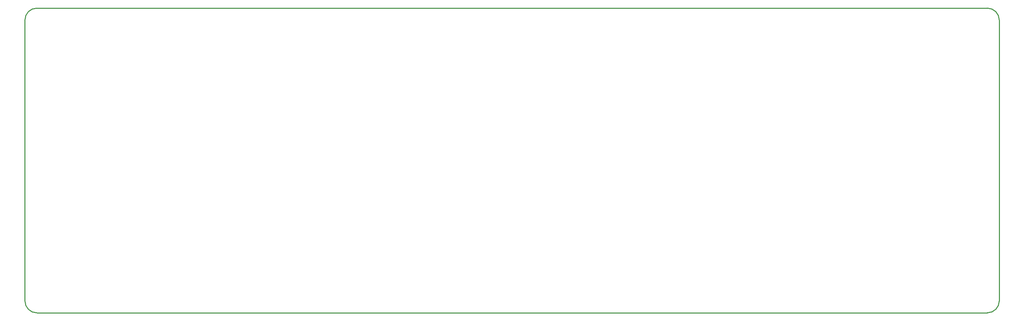
<source format=gbr>
G04 #@! TF.GenerationSoftware,KiCad,Pcbnew,(5.1.4)-1*
G04 #@! TF.CreationDate,2020-11-14T13:14:41-08:00*
G04 #@! TF.ProjectId,vanish,76616e69-7368-42e6-9b69-6361645f7063,rev?*
G04 #@! TF.SameCoordinates,Original*
G04 #@! TF.FileFunction,Profile,NP*
%FSLAX46Y46*%
G04 Gerber Fmt 4.6, Leading zero omitted, Abs format (unit mm)*
G04 Created by KiCad (PCBNEW (5.1.4)-1) date 2020-11-14 13:14:41*
%MOMM*%
%LPD*%
G04 APERTURE LIST*
%ADD10C,0.250000*%
G04 APERTURE END LIST*
D10*
X16381507Y-89875401D02*
X16381507Y-19675500D01*
X259768800Y-89875401D02*
G75*
G02X256768800Y-92875401I-3000000J0D01*
G01*
X259768800Y-19675500D02*
X259768800Y-89875401D01*
X16381507Y-19675500D02*
G75*
G02X19381507Y-16675500I3000000J0D01*
G01*
X19381507Y-16675500D02*
X256768800Y-16675500D01*
X256768800Y-92875401D02*
X19381507Y-92875401D01*
X256768800Y-16675500D02*
G75*
G02X259768800Y-19675500I0J-3000000D01*
G01*
X19381507Y-92875401D02*
G75*
G02X16381507Y-89875401I0J3000000D01*
G01*
M02*

</source>
